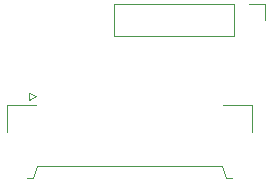
<source format=gbr>
G04 #@! TF.FileFunction,Legend,Top*
%FSLAX46Y46*%
G04 Gerber Fmt 4.6, Leading zero omitted, Abs format (unit mm)*
G04 Created by KiCad (PCBNEW 4.0.5) date 03/31/17 09:35:13*
%MOMM*%
%LPD*%
G01*
G04 APERTURE LIST*
%ADD10C,0.100000*%
%ADD11C,0.120000*%
%ADD12C,0.150000*%
G04 APERTURE END LIST*
D10*
D11*
X156800000Y-103270000D02*
X146580000Y-103270000D01*
X146580000Y-103270000D02*
X146580000Y-105930000D01*
X146580000Y-105930000D02*
X156800000Y-105930000D01*
X156800000Y-105930000D02*
X156800000Y-103270000D01*
X158070000Y-103270000D02*
X159400000Y-103270000D01*
X159400000Y-103270000D02*
X159400000Y-104600000D01*
X140020000Y-111760000D02*
X137570000Y-111760000D01*
X137570000Y-111760000D02*
X137570000Y-114065000D01*
X155820000Y-111760000D02*
X158270000Y-111760000D01*
X158270000Y-111760000D02*
X158270000Y-114065000D01*
X139220000Y-117960000D02*
X139720000Y-117960000D01*
X139720000Y-117960000D02*
X140120000Y-116960000D01*
X140120000Y-116960000D02*
X155720000Y-116960000D01*
X155720000Y-116960000D02*
X156120000Y-117960000D01*
X156120000Y-117960000D02*
X156620000Y-117960000D01*
X140020000Y-111060000D02*
X139420000Y-110760000D01*
X139420000Y-110760000D02*
X139420000Y-111360000D01*
X139420000Y-111360000D02*
X140020000Y-111060000D01*
D12*
M02*

</source>
